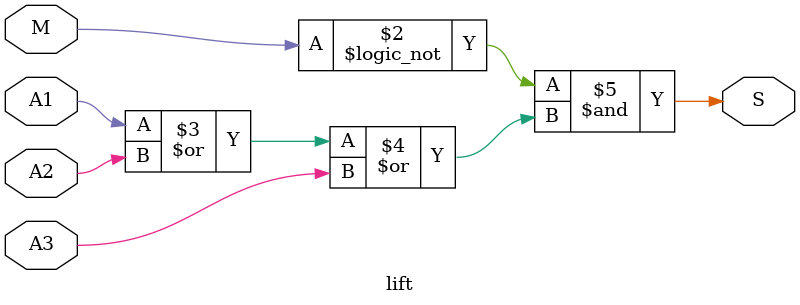
<source format=sv>
module lift(
	input logic M, A1, A2, A3,
  output logic S);

       
  always_comb S <= (!M & (A1 | A2 | A3) );
endmodule
</source>
